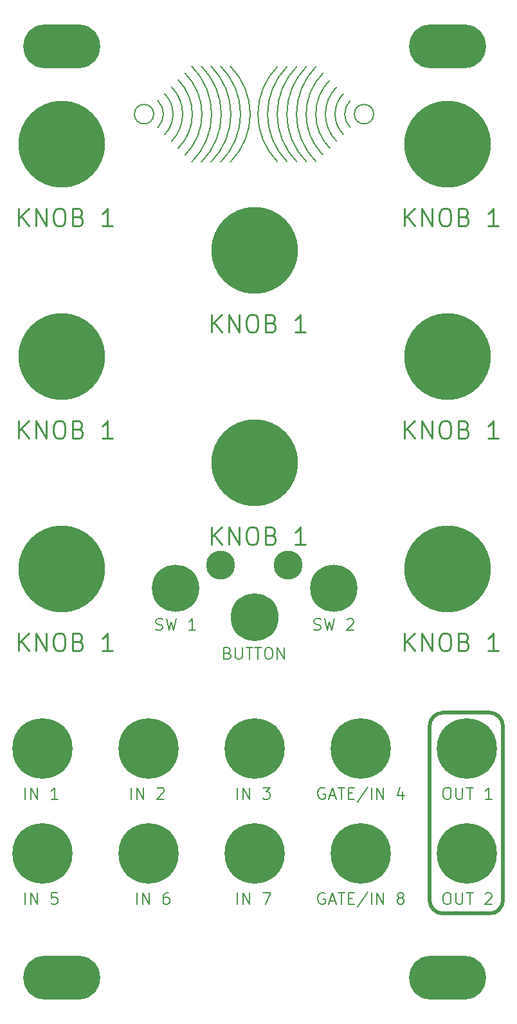
<source format=gbr>
%TF.GenerationSoftware,KiCad,Pcbnew,7.0.1*%
%TF.CreationDate,2024-01-09T19:04:09-05:00*%
%TF.ProjectId,common_faceplate,636f6d6d-6f6e-45f6-9661-6365706c6174,rev?*%
%TF.SameCoordinates,Original*%
%TF.FileFunction,Soldermask,Top*%
%TF.FilePolarity,Negative*%
%FSLAX46Y46*%
G04 Gerber Fmt 4.6, Leading zero omitted, Abs format (unit mm)*
G04 Created by KiCad (PCBNEW 7.0.1) date 2024-01-09 19:04:09*
%MOMM*%
%LPD*%
G01*
G04 APERTURE LIST*
%ADD10C,0.508000*%
%ADD11C,0.150000*%
%ADD12C,0.254000*%
%ADD13C,0.190500*%
%ADD14C,7.924800*%
%ADD15C,11.430000*%
%ADD16C,6.299200*%
%ADD17C,6.223000*%
%ADD18C,3.810000*%
%ADD19O,10.160000X5.740400*%
G04 APERTURE END LIST*
D10*
X106447790Y-147075026D02*
G75*
G03*
X108213026Y-145309789I0J1765236D01*
G01*
X98551999Y-145300764D02*
G75*
G03*
X100317236Y-147066000I1765237J1D01*
G01*
X108203998Y-122415236D02*
G75*
G03*
X106426000Y-120637236I-1777998J2D01*
G01*
X100330000Y-120637238D02*
G75*
G03*
X98552000Y-122415236I-2J-1777998D01*
G01*
X98539235Y-145300764D02*
X98539235Y-122428000D01*
X106447790Y-147075026D02*
X100351790Y-147075026D01*
X108213026Y-122428000D02*
X108213026Y-145309789D01*
X100330000Y-120637236D02*
X106426000Y-120637236D01*
D11*
X78549822Y-35623822D02*
G75*
G03*
X78549822Y-48196178I6286177J-6286178D01*
G01*
X87221924Y-39215924D02*
G75*
G03*
X87221924Y-44604076I2694077J-2694076D01*
G01*
X88119950Y-40113950D02*
G75*
G03*
X88119950Y-43706050I1796049J-1796050D01*
G01*
X82359822Y-35623822D02*
G75*
G03*
X82359822Y-48196178I6286177J-6286178D01*
G01*
X79819822Y-35623822D02*
G75*
G03*
X79819822Y-48196178I6286177J-6286178D01*
G01*
X85425873Y-37419873D02*
G75*
G03*
X85425873Y-46400127I4490127J-4490127D01*
G01*
X84527847Y-36521847D02*
G75*
G03*
X84527847Y-47298153I5388155J-5388153D01*
G01*
X83629822Y-35623822D02*
G75*
G03*
X83629822Y-48196178I6286177J-6286178D01*
G01*
X81089822Y-35623822D02*
G75*
G03*
X81089822Y-48196178I6286177J-6286178D01*
G01*
X86323898Y-38317898D02*
G75*
G03*
X86323898Y-45502102I3592103J-3592102D01*
G01*
X91186000Y-41910000D02*
G75*
G03*
X91186000Y-41910000I-1270000J0D01*
G01*
X72326178Y-48196178D02*
G75*
G03*
X72326178Y-35623822I-6286177J6286178D01*
G01*
X71056178Y-48196178D02*
G75*
G03*
X71056178Y-35623822I-6286177J6286178D01*
G01*
X69786178Y-48196178D02*
G75*
G03*
X69786178Y-35623822I-6286177J6286178D01*
G01*
X68516178Y-48196178D02*
G75*
G03*
X68516178Y-35623822I-6286177J6286178D01*
G01*
X67246179Y-48196179D02*
G75*
G03*
X67246179Y-35623821I-6286179J6286179D01*
G01*
X66348154Y-47298154D02*
G75*
G03*
X66348154Y-36521846I-5388154J5388154D01*
G01*
X65450127Y-46400127D02*
G75*
G03*
X65450127Y-37419873I-4490127J4490127D01*
G01*
X64552102Y-45502102D02*
G75*
G03*
X64552102Y-38317898I-3592102J3592102D01*
G01*
X63654077Y-44604077D02*
G75*
G03*
X63654077Y-39215923I-2694077J2694077D01*
G01*
X62756051Y-43706051D02*
G75*
G03*
X62756051Y-40113949I-1796051J1796051D01*
G01*
X62230000Y-41910000D02*
G75*
G03*
X62230000Y-41910000I-1270000J0D01*
G01*
D12*
X69886285Y-98526237D02*
X69886285Y-96240237D01*
X71192571Y-98526237D02*
X70212857Y-97219951D01*
X71192571Y-96240237D02*
X69886285Y-97546522D01*
X72172285Y-98526237D02*
X72172285Y-96240237D01*
X72172285Y-96240237D02*
X73478571Y-98526237D01*
X73478571Y-98526237D02*
X73478571Y-96240237D01*
X75002571Y-96240237D02*
X75437999Y-96240237D01*
X75437999Y-96240237D02*
X75655714Y-96349094D01*
X75655714Y-96349094D02*
X75873428Y-96566808D01*
X75873428Y-96566808D02*
X75982285Y-97002237D01*
X75982285Y-97002237D02*
X75982285Y-97764237D01*
X75982285Y-97764237D02*
X75873428Y-98199665D01*
X75873428Y-98199665D02*
X75655714Y-98417380D01*
X75655714Y-98417380D02*
X75437999Y-98526237D01*
X75437999Y-98526237D02*
X75002571Y-98526237D01*
X75002571Y-98526237D02*
X74784857Y-98417380D01*
X74784857Y-98417380D02*
X74567142Y-98199665D01*
X74567142Y-98199665D02*
X74458285Y-97764237D01*
X74458285Y-97764237D02*
X74458285Y-97002237D01*
X74458285Y-97002237D02*
X74567142Y-96566808D01*
X74567142Y-96566808D02*
X74784857Y-96349094D01*
X74784857Y-96349094D02*
X75002571Y-96240237D01*
X77723999Y-97328808D02*
X78050571Y-97437665D01*
X78050571Y-97437665D02*
X78159428Y-97546522D01*
X78159428Y-97546522D02*
X78268285Y-97764237D01*
X78268285Y-97764237D02*
X78268285Y-98090808D01*
X78268285Y-98090808D02*
X78159428Y-98308522D01*
X78159428Y-98308522D02*
X78050571Y-98417380D01*
X78050571Y-98417380D02*
X77832856Y-98526237D01*
X77832856Y-98526237D02*
X76961999Y-98526237D01*
X76961999Y-98526237D02*
X76961999Y-96240237D01*
X76961999Y-96240237D02*
X77723999Y-96240237D01*
X77723999Y-96240237D02*
X77941714Y-96349094D01*
X77941714Y-96349094D02*
X78050571Y-96457951D01*
X78050571Y-96457951D02*
X78159428Y-96675665D01*
X78159428Y-96675665D02*
X78159428Y-96893380D01*
X78159428Y-96893380D02*
X78050571Y-97111094D01*
X78050571Y-97111094D02*
X77941714Y-97219951D01*
X77941714Y-97219951D02*
X77723999Y-97328808D01*
X77723999Y-97328808D02*
X76961999Y-97328808D01*
X82187142Y-98526237D02*
X80880856Y-98526237D01*
X81533999Y-98526237D02*
X81533999Y-96240237D01*
X81533999Y-96240237D02*
X81316285Y-96566808D01*
X81316285Y-96566808D02*
X81098570Y-96784522D01*
X81098570Y-96784522D02*
X80880856Y-96893380D01*
X95286285Y-112496237D02*
X95286285Y-110210237D01*
X96592571Y-112496237D02*
X95612857Y-111189951D01*
X96592571Y-110210237D02*
X95286285Y-111516522D01*
X97572285Y-112496237D02*
X97572285Y-110210237D01*
X97572285Y-110210237D02*
X98878571Y-112496237D01*
X98878571Y-112496237D02*
X98878571Y-110210237D01*
X100402571Y-110210237D02*
X100837999Y-110210237D01*
X100837999Y-110210237D02*
X101055714Y-110319094D01*
X101055714Y-110319094D02*
X101273428Y-110536808D01*
X101273428Y-110536808D02*
X101382285Y-110972237D01*
X101382285Y-110972237D02*
X101382285Y-111734237D01*
X101382285Y-111734237D02*
X101273428Y-112169665D01*
X101273428Y-112169665D02*
X101055714Y-112387380D01*
X101055714Y-112387380D02*
X100837999Y-112496237D01*
X100837999Y-112496237D02*
X100402571Y-112496237D01*
X100402571Y-112496237D02*
X100184857Y-112387380D01*
X100184857Y-112387380D02*
X99967142Y-112169665D01*
X99967142Y-112169665D02*
X99858285Y-111734237D01*
X99858285Y-111734237D02*
X99858285Y-110972237D01*
X99858285Y-110972237D02*
X99967142Y-110536808D01*
X99967142Y-110536808D02*
X100184857Y-110319094D01*
X100184857Y-110319094D02*
X100402571Y-110210237D01*
X103123999Y-111298808D02*
X103450571Y-111407665D01*
X103450571Y-111407665D02*
X103559428Y-111516522D01*
X103559428Y-111516522D02*
X103668285Y-111734237D01*
X103668285Y-111734237D02*
X103668285Y-112060808D01*
X103668285Y-112060808D02*
X103559428Y-112278522D01*
X103559428Y-112278522D02*
X103450571Y-112387380D01*
X103450571Y-112387380D02*
X103232856Y-112496237D01*
X103232856Y-112496237D02*
X102361999Y-112496237D01*
X102361999Y-112496237D02*
X102361999Y-110210237D01*
X102361999Y-110210237D02*
X103123999Y-110210237D01*
X103123999Y-110210237D02*
X103341714Y-110319094D01*
X103341714Y-110319094D02*
X103450571Y-110427951D01*
X103450571Y-110427951D02*
X103559428Y-110645665D01*
X103559428Y-110645665D02*
X103559428Y-110863380D01*
X103559428Y-110863380D02*
X103450571Y-111081094D01*
X103450571Y-111081094D02*
X103341714Y-111189951D01*
X103341714Y-111189951D02*
X103123999Y-111298808D01*
X103123999Y-111298808D02*
X102361999Y-111298808D01*
X107587142Y-112496237D02*
X106280856Y-112496237D01*
X106933999Y-112496237D02*
X106933999Y-110210237D01*
X106933999Y-110210237D02*
X106716285Y-110536808D01*
X106716285Y-110536808D02*
X106498570Y-110754522D01*
X106498570Y-110754522D02*
X106280856Y-110863380D01*
D13*
X73260857Y-132020491D02*
X73260857Y-130496491D01*
X73986571Y-132020491D02*
X73986571Y-130496491D01*
X73986571Y-130496491D02*
X74857428Y-132020491D01*
X74857428Y-132020491D02*
X74857428Y-130496491D01*
X76599142Y-130496491D02*
X77542570Y-130496491D01*
X77542570Y-130496491D02*
X77034570Y-131077062D01*
X77034570Y-131077062D02*
X77252285Y-131077062D01*
X77252285Y-131077062D02*
X77397428Y-131149634D01*
X77397428Y-131149634D02*
X77469999Y-131222205D01*
X77469999Y-131222205D02*
X77542570Y-131367348D01*
X77542570Y-131367348D02*
X77542570Y-131730205D01*
X77542570Y-131730205D02*
X77469999Y-131875348D01*
X77469999Y-131875348D02*
X77397428Y-131947920D01*
X77397428Y-131947920D02*
X77252285Y-132020491D01*
X77252285Y-132020491D02*
X76816856Y-132020491D01*
X76816856Y-132020491D02*
X76671713Y-131947920D01*
X76671713Y-131947920D02*
X76599142Y-131875348D01*
D12*
X95286285Y-84556237D02*
X95286285Y-82270237D01*
X96592571Y-84556237D02*
X95612857Y-83249951D01*
X96592571Y-82270237D02*
X95286285Y-83576522D01*
X97572285Y-84556237D02*
X97572285Y-82270237D01*
X97572285Y-82270237D02*
X98878571Y-84556237D01*
X98878571Y-84556237D02*
X98878571Y-82270237D01*
X100402571Y-82270237D02*
X100837999Y-82270237D01*
X100837999Y-82270237D02*
X101055714Y-82379094D01*
X101055714Y-82379094D02*
X101273428Y-82596808D01*
X101273428Y-82596808D02*
X101382285Y-83032237D01*
X101382285Y-83032237D02*
X101382285Y-83794237D01*
X101382285Y-83794237D02*
X101273428Y-84229665D01*
X101273428Y-84229665D02*
X101055714Y-84447380D01*
X101055714Y-84447380D02*
X100837999Y-84556237D01*
X100837999Y-84556237D02*
X100402571Y-84556237D01*
X100402571Y-84556237D02*
X100184857Y-84447380D01*
X100184857Y-84447380D02*
X99967142Y-84229665D01*
X99967142Y-84229665D02*
X99858285Y-83794237D01*
X99858285Y-83794237D02*
X99858285Y-83032237D01*
X99858285Y-83032237D02*
X99967142Y-82596808D01*
X99967142Y-82596808D02*
X100184857Y-82379094D01*
X100184857Y-82379094D02*
X100402571Y-82270237D01*
X103123999Y-83358808D02*
X103450571Y-83467665D01*
X103450571Y-83467665D02*
X103559428Y-83576522D01*
X103559428Y-83576522D02*
X103668285Y-83794237D01*
X103668285Y-83794237D02*
X103668285Y-84120808D01*
X103668285Y-84120808D02*
X103559428Y-84338522D01*
X103559428Y-84338522D02*
X103450571Y-84447380D01*
X103450571Y-84447380D02*
X103232856Y-84556237D01*
X103232856Y-84556237D02*
X102361999Y-84556237D01*
X102361999Y-84556237D02*
X102361999Y-82270237D01*
X102361999Y-82270237D02*
X103123999Y-82270237D01*
X103123999Y-82270237D02*
X103341714Y-82379094D01*
X103341714Y-82379094D02*
X103450571Y-82487951D01*
X103450571Y-82487951D02*
X103559428Y-82705665D01*
X103559428Y-82705665D02*
X103559428Y-82923380D01*
X103559428Y-82923380D02*
X103450571Y-83141094D01*
X103450571Y-83141094D02*
X103341714Y-83249951D01*
X103341714Y-83249951D02*
X103123999Y-83358808D01*
X103123999Y-83358808D02*
X102361999Y-83358808D01*
X107587142Y-84556237D02*
X106280856Y-84556237D01*
X106933999Y-84556237D02*
X106933999Y-82270237D01*
X106933999Y-82270237D02*
X106716285Y-82596808D01*
X106716285Y-82596808D02*
X106498570Y-82814522D01*
X106498570Y-82814522D02*
X106280856Y-82923380D01*
X44486285Y-112496237D02*
X44486285Y-110210237D01*
X45792571Y-112496237D02*
X44812857Y-111189951D01*
X45792571Y-110210237D02*
X44486285Y-111516522D01*
X46772285Y-112496237D02*
X46772285Y-110210237D01*
X46772285Y-110210237D02*
X48078571Y-112496237D01*
X48078571Y-112496237D02*
X48078571Y-110210237D01*
X49602571Y-110210237D02*
X50037999Y-110210237D01*
X50037999Y-110210237D02*
X50255714Y-110319094D01*
X50255714Y-110319094D02*
X50473428Y-110536808D01*
X50473428Y-110536808D02*
X50582285Y-110972237D01*
X50582285Y-110972237D02*
X50582285Y-111734237D01*
X50582285Y-111734237D02*
X50473428Y-112169665D01*
X50473428Y-112169665D02*
X50255714Y-112387380D01*
X50255714Y-112387380D02*
X50037999Y-112496237D01*
X50037999Y-112496237D02*
X49602571Y-112496237D01*
X49602571Y-112496237D02*
X49384857Y-112387380D01*
X49384857Y-112387380D02*
X49167142Y-112169665D01*
X49167142Y-112169665D02*
X49058285Y-111734237D01*
X49058285Y-111734237D02*
X49058285Y-110972237D01*
X49058285Y-110972237D02*
X49167142Y-110536808D01*
X49167142Y-110536808D02*
X49384857Y-110319094D01*
X49384857Y-110319094D02*
X49602571Y-110210237D01*
X52323999Y-111298808D02*
X52650571Y-111407665D01*
X52650571Y-111407665D02*
X52759428Y-111516522D01*
X52759428Y-111516522D02*
X52868285Y-111734237D01*
X52868285Y-111734237D02*
X52868285Y-112060808D01*
X52868285Y-112060808D02*
X52759428Y-112278522D01*
X52759428Y-112278522D02*
X52650571Y-112387380D01*
X52650571Y-112387380D02*
X52432856Y-112496237D01*
X52432856Y-112496237D02*
X51561999Y-112496237D01*
X51561999Y-112496237D02*
X51561999Y-110210237D01*
X51561999Y-110210237D02*
X52323999Y-110210237D01*
X52323999Y-110210237D02*
X52541714Y-110319094D01*
X52541714Y-110319094D02*
X52650571Y-110427951D01*
X52650571Y-110427951D02*
X52759428Y-110645665D01*
X52759428Y-110645665D02*
X52759428Y-110863380D01*
X52759428Y-110863380D02*
X52650571Y-111081094D01*
X52650571Y-111081094D02*
X52541714Y-111189951D01*
X52541714Y-111189951D02*
X52323999Y-111298808D01*
X52323999Y-111298808D02*
X51561999Y-111298808D01*
X56787142Y-112496237D02*
X55480856Y-112496237D01*
X56133999Y-112496237D02*
X56133999Y-110210237D01*
X56133999Y-110210237D02*
X55916285Y-110536808D01*
X55916285Y-110536808D02*
X55698570Y-110754522D01*
X55698570Y-110754522D02*
X55480856Y-110863380D01*
D13*
X100729142Y-144339491D02*
X101019428Y-144339491D01*
X101019428Y-144339491D02*
X101164571Y-144412062D01*
X101164571Y-144412062D02*
X101309714Y-144557205D01*
X101309714Y-144557205D02*
X101382285Y-144847491D01*
X101382285Y-144847491D02*
X101382285Y-145355491D01*
X101382285Y-145355491D02*
X101309714Y-145645777D01*
X101309714Y-145645777D02*
X101164571Y-145790920D01*
X101164571Y-145790920D02*
X101019428Y-145863491D01*
X101019428Y-145863491D02*
X100729142Y-145863491D01*
X100729142Y-145863491D02*
X100584000Y-145790920D01*
X100584000Y-145790920D02*
X100438857Y-145645777D01*
X100438857Y-145645777D02*
X100366285Y-145355491D01*
X100366285Y-145355491D02*
X100366285Y-144847491D01*
X100366285Y-144847491D02*
X100438857Y-144557205D01*
X100438857Y-144557205D02*
X100584000Y-144412062D01*
X100584000Y-144412062D02*
X100729142Y-144339491D01*
X102035428Y-144339491D02*
X102035428Y-145573205D01*
X102035428Y-145573205D02*
X102107999Y-145718348D01*
X102107999Y-145718348D02*
X102180571Y-145790920D01*
X102180571Y-145790920D02*
X102325713Y-145863491D01*
X102325713Y-145863491D02*
X102615999Y-145863491D01*
X102615999Y-145863491D02*
X102761142Y-145790920D01*
X102761142Y-145790920D02*
X102833713Y-145718348D01*
X102833713Y-145718348D02*
X102906285Y-145573205D01*
X102906285Y-145573205D02*
X102906285Y-144339491D01*
X103414284Y-144339491D02*
X104285142Y-144339491D01*
X103849713Y-145863491D02*
X103849713Y-144339491D01*
X105881713Y-144484634D02*
X105954285Y-144412062D01*
X105954285Y-144412062D02*
X106099428Y-144339491D01*
X106099428Y-144339491D02*
X106462285Y-144339491D01*
X106462285Y-144339491D02*
X106607428Y-144412062D01*
X106607428Y-144412062D02*
X106679999Y-144484634D01*
X106679999Y-144484634D02*
X106752570Y-144629777D01*
X106752570Y-144629777D02*
X106752570Y-144774920D01*
X106752570Y-144774920D02*
X106679999Y-144992634D01*
X106679999Y-144992634D02*
X105809142Y-145863491D01*
X105809142Y-145863491D02*
X106752570Y-145863491D01*
D12*
X95286285Y-56616237D02*
X95286285Y-54330237D01*
X96592571Y-56616237D02*
X95612857Y-55309951D01*
X96592571Y-54330237D02*
X95286285Y-55636522D01*
X97572285Y-56616237D02*
X97572285Y-54330237D01*
X97572285Y-54330237D02*
X98878571Y-56616237D01*
X98878571Y-56616237D02*
X98878571Y-54330237D01*
X100402571Y-54330237D02*
X100837999Y-54330237D01*
X100837999Y-54330237D02*
X101055714Y-54439094D01*
X101055714Y-54439094D02*
X101273428Y-54656808D01*
X101273428Y-54656808D02*
X101382285Y-55092237D01*
X101382285Y-55092237D02*
X101382285Y-55854237D01*
X101382285Y-55854237D02*
X101273428Y-56289665D01*
X101273428Y-56289665D02*
X101055714Y-56507380D01*
X101055714Y-56507380D02*
X100837999Y-56616237D01*
X100837999Y-56616237D02*
X100402571Y-56616237D01*
X100402571Y-56616237D02*
X100184857Y-56507380D01*
X100184857Y-56507380D02*
X99967142Y-56289665D01*
X99967142Y-56289665D02*
X99858285Y-55854237D01*
X99858285Y-55854237D02*
X99858285Y-55092237D01*
X99858285Y-55092237D02*
X99967142Y-54656808D01*
X99967142Y-54656808D02*
X100184857Y-54439094D01*
X100184857Y-54439094D02*
X100402571Y-54330237D01*
X103123999Y-55418808D02*
X103450571Y-55527665D01*
X103450571Y-55527665D02*
X103559428Y-55636522D01*
X103559428Y-55636522D02*
X103668285Y-55854237D01*
X103668285Y-55854237D02*
X103668285Y-56180808D01*
X103668285Y-56180808D02*
X103559428Y-56398522D01*
X103559428Y-56398522D02*
X103450571Y-56507380D01*
X103450571Y-56507380D02*
X103232856Y-56616237D01*
X103232856Y-56616237D02*
X102361999Y-56616237D01*
X102361999Y-56616237D02*
X102361999Y-54330237D01*
X102361999Y-54330237D02*
X103123999Y-54330237D01*
X103123999Y-54330237D02*
X103341714Y-54439094D01*
X103341714Y-54439094D02*
X103450571Y-54547951D01*
X103450571Y-54547951D02*
X103559428Y-54765665D01*
X103559428Y-54765665D02*
X103559428Y-54983380D01*
X103559428Y-54983380D02*
X103450571Y-55201094D01*
X103450571Y-55201094D02*
X103341714Y-55309951D01*
X103341714Y-55309951D02*
X103123999Y-55418808D01*
X103123999Y-55418808D02*
X102361999Y-55418808D01*
X107587142Y-56616237D02*
X106280856Y-56616237D01*
X106933999Y-56616237D02*
X106933999Y-54330237D01*
X106933999Y-54330237D02*
X106716285Y-54656808D01*
X106716285Y-54656808D02*
X106498570Y-54874522D01*
X106498570Y-54874522D02*
X106280856Y-54983380D01*
D13*
X62520285Y-109722920D02*
X62738000Y-109795491D01*
X62738000Y-109795491D02*
X63100857Y-109795491D01*
X63100857Y-109795491D02*
X63246000Y-109722920D01*
X63246000Y-109722920D02*
X63318571Y-109650348D01*
X63318571Y-109650348D02*
X63391142Y-109505205D01*
X63391142Y-109505205D02*
X63391142Y-109360062D01*
X63391142Y-109360062D02*
X63318571Y-109214920D01*
X63318571Y-109214920D02*
X63246000Y-109142348D01*
X63246000Y-109142348D02*
X63100857Y-109069777D01*
X63100857Y-109069777D02*
X62810571Y-108997205D01*
X62810571Y-108997205D02*
X62665428Y-108924634D01*
X62665428Y-108924634D02*
X62592857Y-108852062D01*
X62592857Y-108852062D02*
X62520285Y-108706920D01*
X62520285Y-108706920D02*
X62520285Y-108561777D01*
X62520285Y-108561777D02*
X62592857Y-108416634D01*
X62592857Y-108416634D02*
X62665428Y-108344062D01*
X62665428Y-108344062D02*
X62810571Y-108271491D01*
X62810571Y-108271491D02*
X63173428Y-108271491D01*
X63173428Y-108271491D02*
X63391142Y-108344062D01*
X63899143Y-108271491D02*
X64262000Y-109795491D01*
X64262000Y-109795491D02*
X64552286Y-108706920D01*
X64552286Y-108706920D02*
X64842571Y-109795491D01*
X64842571Y-109795491D02*
X65205429Y-108271491D01*
X67745428Y-109795491D02*
X66874571Y-109795491D01*
X67310000Y-109795491D02*
X67310000Y-108271491D01*
X67310000Y-108271491D02*
X67164857Y-108489205D01*
X67164857Y-108489205D02*
X67019714Y-108634348D01*
X67019714Y-108634348D02*
X66874571Y-108706920D01*
X71990857Y-112807205D02*
X72208571Y-112879777D01*
X72208571Y-112879777D02*
X72281142Y-112952348D01*
X72281142Y-112952348D02*
X72353714Y-113097491D01*
X72353714Y-113097491D02*
X72353714Y-113315205D01*
X72353714Y-113315205D02*
X72281142Y-113460348D01*
X72281142Y-113460348D02*
X72208571Y-113532920D01*
X72208571Y-113532920D02*
X72063428Y-113605491D01*
X72063428Y-113605491D02*
X71482857Y-113605491D01*
X71482857Y-113605491D02*
X71482857Y-112081491D01*
X71482857Y-112081491D02*
X71990857Y-112081491D01*
X71990857Y-112081491D02*
X72136000Y-112154062D01*
X72136000Y-112154062D02*
X72208571Y-112226634D01*
X72208571Y-112226634D02*
X72281142Y-112371777D01*
X72281142Y-112371777D02*
X72281142Y-112516920D01*
X72281142Y-112516920D02*
X72208571Y-112662062D01*
X72208571Y-112662062D02*
X72136000Y-112734634D01*
X72136000Y-112734634D02*
X71990857Y-112807205D01*
X71990857Y-112807205D02*
X71482857Y-112807205D01*
X73006857Y-112081491D02*
X73006857Y-113315205D01*
X73006857Y-113315205D02*
X73079428Y-113460348D01*
X73079428Y-113460348D02*
X73152000Y-113532920D01*
X73152000Y-113532920D02*
X73297142Y-113605491D01*
X73297142Y-113605491D02*
X73587428Y-113605491D01*
X73587428Y-113605491D02*
X73732571Y-113532920D01*
X73732571Y-113532920D02*
X73805142Y-113460348D01*
X73805142Y-113460348D02*
X73877714Y-113315205D01*
X73877714Y-113315205D02*
X73877714Y-112081491D01*
X74385713Y-112081491D02*
X75256571Y-112081491D01*
X74821142Y-113605491D02*
X74821142Y-112081491D01*
X75546856Y-112081491D02*
X76417714Y-112081491D01*
X75982285Y-113605491D02*
X75982285Y-112081491D01*
X77215999Y-112081491D02*
X77506285Y-112081491D01*
X77506285Y-112081491D02*
X77651428Y-112154062D01*
X77651428Y-112154062D02*
X77796571Y-112299205D01*
X77796571Y-112299205D02*
X77869142Y-112589491D01*
X77869142Y-112589491D02*
X77869142Y-113097491D01*
X77869142Y-113097491D02*
X77796571Y-113387777D01*
X77796571Y-113387777D02*
X77651428Y-113532920D01*
X77651428Y-113532920D02*
X77506285Y-113605491D01*
X77506285Y-113605491D02*
X77215999Y-113605491D01*
X77215999Y-113605491D02*
X77070857Y-113532920D01*
X77070857Y-113532920D02*
X76925714Y-113387777D01*
X76925714Y-113387777D02*
X76853142Y-113097491D01*
X76853142Y-113097491D02*
X76853142Y-112589491D01*
X76853142Y-112589491D02*
X76925714Y-112299205D01*
X76925714Y-112299205D02*
X77070857Y-112154062D01*
X77070857Y-112154062D02*
X77215999Y-112081491D01*
X78522285Y-113605491D02*
X78522285Y-112081491D01*
X78522285Y-112081491D02*
X79393142Y-113605491D01*
X79393142Y-113605491D02*
X79393142Y-112081491D01*
X59290857Y-132020491D02*
X59290857Y-130496491D01*
X60016571Y-132020491D02*
X60016571Y-130496491D01*
X60016571Y-130496491D02*
X60887428Y-132020491D01*
X60887428Y-132020491D02*
X60887428Y-130496491D01*
X62701713Y-130641634D02*
X62774285Y-130569062D01*
X62774285Y-130569062D02*
X62919428Y-130496491D01*
X62919428Y-130496491D02*
X63282285Y-130496491D01*
X63282285Y-130496491D02*
X63427428Y-130569062D01*
X63427428Y-130569062D02*
X63499999Y-130641634D01*
X63499999Y-130641634D02*
X63572570Y-130786777D01*
X63572570Y-130786777D02*
X63572570Y-130931920D01*
X63572570Y-130931920D02*
X63499999Y-131149634D01*
X63499999Y-131149634D02*
X62629142Y-132020491D01*
X62629142Y-132020491D02*
X63572570Y-132020491D01*
D12*
X69886285Y-70586237D02*
X69886285Y-68300237D01*
X71192571Y-70586237D02*
X70212857Y-69279951D01*
X71192571Y-68300237D02*
X69886285Y-69606522D01*
X72172285Y-70586237D02*
X72172285Y-68300237D01*
X72172285Y-68300237D02*
X73478571Y-70586237D01*
X73478571Y-70586237D02*
X73478571Y-68300237D01*
X75002571Y-68300237D02*
X75437999Y-68300237D01*
X75437999Y-68300237D02*
X75655714Y-68409094D01*
X75655714Y-68409094D02*
X75873428Y-68626808D01*
X75873428Y-68626808D02*
X75982285Y-69062237D01*
X75982285Y-69062237D02*
X75982285Y-69824237D01*
X75982285Y-69824237D02*
X75873428Y-70259665D01*
X75873428Y-70259665D02*
X75655714Y-70477380D01*
X75655714Y-70477380D02*
X75437999Y-70586237D01*
X75437999Y-70586237D02*
X75002571Y-70586237D01*
X75002571Y-70586237D02*
X74784857Y-70477380D01*
X74784857Y-70477380D02*
X74567142Y-70259665D01*
X74567142Y-70259665D02*
X74458285Y-69824237D01*
X74458285Y-69824237D02*
X74458285Y-69062237D01*
X74458285Y-69062237D02*
X74567142Y-68626808D01*
X74567142Y-68626808D02*
X74784857Y-68409094D01*
X74784857Y-68409094D02*
X75002571Y-68300237D01*
X77723999Y-69388808D02*
X78050571Y-69497665D01*
X78050571Y-69497665D02*
X78159428Y-69606522D01*
X78159428Y-69606522D02*
X78268285Y-69824237D01*
X78268285Y-69824237D02*
X78268285Y-70150808D01*
X78268285Y-70150808D02*
X78159428Y-70368522D01*
X78159428Y-70368522D02*
X78050571Y-70477380D01*
X78050571Y-70477380D02*
X77832856Y-70586237D01*
X77832856Y-70586237D02*
X76961999Y-70586237D01*
X76961999Y-70586237D02*
X76961999Y-68300237D01*
X76961999Y-68300237D02*
X77723999Y-68300237D01*
X77723999Y-68300237D02*
X77941714Y-68409094D01*
X77941714Y-68409094D02*
X78050571Y-68517951D01*
X78050571Y-68517951D02*
X78159428Y-68735665D01*
X78159428Y-68735665D02*
X78159428Y-68953380D01*
X78159428Y-68953380D02*
X78050571Y-69171094D01*
X78050571Y-69171094D02*
X77941714Y-69279951D01*
X77941714Y-69279951D02*
X77723999Y-69388808D01*
X77723999Y-69388808D02*
X76961999Y-69388808D01*
X82187142Y-70586237D02*
X80880856Y-70586237D01*
X81533999Y-70586237D02*
X81533999Y-68300237D01*
X81533999Y-68300237D02*
X81316285Y-68626808D01*
X81316285Y-68626808D02*
X81098570Y-68844522D01*
X81098570Y-68844522D02*
X80880856Y-68953380D01*
D13*
X100729142Y-130496491D02*
X101019428Y-130496491D01*
X101019428Y-130496491D02*
X101164571Y-130569062D01*
X101164571Y-130569062D02*
X101309714Y-130714205D01*
X101309714Y-130714205D02*
X101382285Y-131004491D01*
X101382285Y-131004491D02*
X101382285Y-131512491D01*
X101382285Y-131512491D02*
X101309714Y-131802777D01*
X101309714Y-131802777D02*
X101164571Y-131947920D01*
X101164571Y-131947920D02*
X101019428Y-132020491D01*
X101019428Y-132020491D02*
X100729142Y-132020491D01*
X100729142Y-132020491D02*
X100584000Y-131947920D01*
X100584000Y-131947920D02*
X100438857Y-131802777D01*
X100438857Y-131802777D02*
X100366285Y-131512491D01*
X100366285Y-131512491D02*
X100366285Y-131004491D01*
X100366285Y-131004491D02*
X100438857Y-130714205D01*
X100438857Y-130714205D02*
X100584000Y-130569062D01*
X100584000Y-130569062D02*
X100729142Y-130496491D01*
X102035428Y-130496491D02*
X102035428Y-131730205D01*
X102035428Y-131730205D02*
X102107999Y-131875348D01*
X102107999Y-131875348D02*
X102180571Y-131947920D01*
X102180571Y-131947920D02*
X102325713Y-132020491D01*
X102325713Y-132020491D02*
X102615999Y-132020491D01*
X102615999Y-132020491D02*
X102761142Y-131947920D01*
X102761142Y-131947920D02*
X102833713Y-131875348D01*
X102833713Y-131875348D02*
X102906285Y-131730205D01*
X102906285Y-131730205D02*
X102906285Y-130496491D01*
X103414284Y-130496491D02*
X104285142Y-130496491D01*
X103849713Y-132020491D02*
X103849713Y-130496491D01*
X106752570Y-132020491D02*
X105881713Y-132020491D01*
X106317142Y-132020491D02*
X106317142Y-130496491D01*
X106317142Y-130496491D02*
X106171999Y-130714205D01*
X106171999Y-130714205D02*
X106026856Y-130859348D01*
X106026856Y-130859348D02*
X105881713Y-130931920D01*
X45320857Y-132020491D02*
X45320857Y-130496491D01*
X46046571Y-132020491D02*
X46046571Y-130496491D01*
X46046571Y-130496491D02*
X46917428Y-132020491D01*
X46917428Y-132020491D02*
X46917428Y-130496491D01*
X49602570Y-132020491D02*
X48731713Y-132020491D01*
X49167142Y-132020491D02*
X49167142Y-130496491D01*
X49167142Y-130496491D02*
X49021999Y-130714205D01*
X49021999Y-130714205D02*
X48876856Y-130859348D01*
X48876856Y-130859348D02*
X48731713Y-130931920D01*
X84727142Y-130569062D02*
X84582000Y-130496491D01*
X84582000Y-130496491D02*
X84364285Y-130496491D01*
X84364285Y-130496491D02*
X84146571Y-130569062D01*
X84146571Y-130569062D02*
X84001428Y-130714205D01*
X84001428Y-130714205D02*
X83928857Y-130859348D01*
X83928857Y-130859348D02*
X83856285Y-131149634D01*
X83856285Y-131149634D02*
X83856285Y-131367348D01*
X83856285Y-131367348D02*
X83928857Y-131657634D01*
X83928857Y-131657634D02*
X84001428Y-131802777D01*
X84001428Y-131802777D02*
X84146571Y-131947920D01*
X84146571Y-131947920D02*
X84364285Y-132020491D01*
X84364285Y-132020491D02*
X84509428Y-132020491D01*
X84509428Y-132020491D02*
X84727142Y-131947920D01*
X84727142Y-131947920D02*
X84799714Y-131875348D01*
X84799714Y-131875348D02*
X84799714Y-131367348D01*
X84799714Y-131367348D02*
X84509428Y-131367348D01*
X85380285Y-131585062D02*
X86106000Y-131585062D01*
X85235142Y-132020491D02*
X85743142Y-130496491D01*
X85743142Y-130496491D02*
X86251142Y-132020491D01*
X86541428Y-130496491D02*
X87412286Y-130496491D01*
X86976857Y-132020491D02*
X86976857Y-130496491D01*
X87920286Y-131222205D02*
X88428286Y-131222205D01*
X88646000Y-132020491D02*
X87920286Y-132020491D01*
X87920286Y-132020491D02*
X87920286Y-130496491D01*
X87920286Y-130496491D02*
X88646000Y-130496491D01*
X90387714Y-130423920D02*
X89081428Y-132383348D01*
X90895714Y-132020491D02*
X90895714Y-130496491D01*
X91621428Y-132020491D02*
X91621428Y-130496491D01*
X91621428Y-130496491D02*
X92492285Y-132020491D01*
X92492285Y-132020491D02*
X92492285Y-130496491D01*
X95032285Y-131004491D02*
X95032285Y-132020491D01*
X94669427Y-130423920D02*
X94306570Y-131512491D01*
X94306570Y-131512491D02*
X95249999Y-131512491D01*
D12*
X44486285Y-56616237D02*
X44486285Y-54330237D01*
X45792571Y-56616237D02*
X44812857Y-55309951D01*
X45792571Y-54330237D02*
X44486285Y-55636522D01*
X46772285Y-56616237D02*
X46772285Y-54330237D01*
X46772285Y-54330237D02*
X48078571Y-56616237D01*
X48078571Y-56616237D02*
X48078571Y-54330237D01*
X49602571Y-54330237D02*
X50037999Y-54330237D01*
X50037999Y-54330237D02*
X50255714Y-54439094D01*
X50255714Y-54439094D02*
X50473428Y-54656808D01*
X50473428Y-54656808D02*
X50582285Y-55092237D01*
X50582285Y-55092237D02*
X50582285Y-55854237D01*
X50582285Y-55854237D02*
X50473428Y-56289665D01*
X50473428Y-56289665D02*
X50255714Y-56507380D01*
X50255714Y-56507380D02*
X50037999Y-56616237D01*
X50037999Y-56616237D02*
X49602571Y-56616237D01*
X49602571Y-56616237D02*
X49384857Y-56507380D01*
X49384857Y-56507380D02*
X49167142Y-56289665D01*
X49167142Y-56289665D02*
X49058285Y-55854237D01*
X49058285Y-55854237D02*
X49058285Y-55092237D01*
X49058285Y-55092237D02*
X49167142Y-54656808D01*
X49167142Y-54656808D02*
X49384857Y-54439094D01*
X49384857Y-54439094D02*
X49602571Y-54330237D01*
X52323999Y-55418808D02*
X52650571Y-55527665D01*
X52650571Y-55527665D02*
X52759428Y-55636522D01*
X52759428Y-55636522D02*
X52868285Y-55854237D01*
X52868285Y-55854237D02*
X52868285Y-56180808D01*
X52868285Y-56180808D02*
X52759428Y-56398522D01*
X52759428Y-56398522D02*
X52650571Y-56507380D01*
X52650571Y-56507380D02*
X52432856Y-56616237D01*
X52432856Y-56616237D02*
X51561999Y-56616237D01*
X51561999Y-56616237D02*
X51561999Y-54330237D01*
X51561999Y-54330237D02*
X52323999Y-54330237D01*
X52323999Y-54330237D02*
X52541714Y-54439094D01*
X52541714Y-54439094D02*
X52650571Y-54547951D01*
X52650571Y-54547951D02*
X52759428Y-54765665D01*
X52759428Y-54765665D02*
X52759428Y-54983380D01*
X52759428Y-54983380D02*
X52650571Y-55201094D01*
X52650571Y-55201094D02*
X52541714Y-55309951D01*
X52541714Y-55309951D02*
X52323999Y-55418808D01*
X52323999Y-55418808D02*
X51561999Y-55418808D01*
X56787142Y-56616237D02*
X55480856Y-56616237D01*
X56133999Y-56616237D02*
X56133999Y-54330237D01*
X56133999Y-54330237D02*
X55916285Y-54656808D01*
X55916285Y-54656808D02*
X55698570Y-54874522D01*
X55698570Y-54874522D02*
X55480856Y-54983380D01*
X44486285Y-84556237D02*
X44486285Y-82270237D01*
X45792571Y-84556237D02*
X44812857Y-83249951D01*
X45792571Y-82270237D02*
X44486285Y-83576522D01*
X46772285Y-84556237D02*
X46772285Y-82270237D01*
X46772285Y-82270237D02*
X48078571Y-84556237D01*
X48078571Y-84556237D02*
X48078571Y-82270237D01*
X49602571Y-82270237D02*
X50037999Y-82270237D01*
X50037999Y-82270237D02*
X50255714Y-82379094D01*
X50255714Y-82379094D02*
X50473428Y-82596808D01*
X50473428Y-82596808D02*
X50582285Y-83032237D01*
X50582285Y-83032237D02*
X50582285Y-83794237D01*
X50582285Y-83794237D02*
X50473428Y-84229665D01*
X50473428Y-84229665D02*
X50255714Y-84447380D01*
X50255714Y-84447380D02*
X50037999Y-84556237D01*
X50037999Y-84556237D02*
X49602571Y-84556237D01*
X49602571Y-84556237D02*
X49384857Y-84447380D01*
X49384857Y-84447380D02*
X49167142Y-84229665D01*
X49167142Y-84229665D02*
X49058285Y-83794237D01*
X49058285Y-83794237D02*
X49058285Y-83032237D01*
X49058285Y-83032237D02*
X49167142Y-82596808D01*
X49167142Y-82596808D02*
X49384857Y-82379094D01*
X49384857Y-82379094D02*
X49602571Y-82270237D01*
X52323999Y-83358808D02*
X52650571Y-83467665D01*
X52650571Y-83467665D02*
X52759428Y-83576522D01*
X52759428Y-83576522D02*
X52868285Y-83794237D01*
X52868285Y-83794237D02*
X52868285Y-84120808D01*
X52868285Y-84120808D02*
X52759428Y-84338522D01*
X52759428Y-84338522D02*
X52650571Y-84447380D01*
X52650571Y-84447380D02*
X52432856Y-84556237D01*
X52432856Y-84556237D02*
X51561999Y-84556237D01*
X51561999Y-84556237D02*
X51561999Y-82270237D01*
X51561999Y-82270237D02*
X52323999Y-82270237D01*
X52323999Y-82270237D02*
X52541714Y-82379094D01*
X52541714Y-82379094D02*
X52650571Y-82487951D01*
X52650571Y-82487951D02*
X52759428Y-82705665D01*
X52759428Y-82705665D02*
X52759428Y-82923380D01*
X52759428Y-82923380D02*
X52650571Y-83141094D01*
X52650571Y-83141094D02*
X52541714Y-83249951D01*
X52541714Y-83249951D02*
X52323999Y-83358808D01*
X52323999Y-83358808D02*
X51561999Y-83358808D01*
X56787142Y-84556237D02*
X55480856Y-84556237D01*
X56133999Y-84556237D02*
X56133999Y-82270237D01*
X56133999Y-82270237D02*
X55916285Y-82596808D01*
X55916285Y-82596808D02*
X55698570Y-82814522D01*
X55698570Y-82814522D02*
X55480856Y-82923380D01*
D13*
X60052857Y-145863491D02*
X60052857Y-144339491D01*
X60778571Y-145863491D02*
X60778571Y-144339491D01*
X60778571Y-144339491D02*
X61649428Y-145863491D01*
X61649428Y-145863491D02*
X61649428Y-144339491D01*
X64189428Y-144339491D02*
X63899142Y-144339491D01*
X63899142Y-144339491D02*
X63753999Y-144412062D01*
X63753999Y-144412062D02*
X63681428Y-144484634D01*
X63681428Y-144484634D02*
X63536285Y-144702348D01*
X63536285Y-144702348D02*
X63463713Y-144992634D01*
X63463713Y-144992634D02*
X63463713Y-145573205D01*
X63463713Y-145573205D02*
X63536285Y-145718348D01*
X63536285Y-145718348D02*
X63608856Y-145790920D01*
X63608856Y-145790920D02*
X63753999Y-145863491D01*
X63753999Y-145863491D02*
X64044285Y-145863491D01*
X64044285Y-145863491D02*
X64189428Y-145790920D01*
X64189428Y-145790920D02*
X64261999Y-145718348D01*
X64261999Y-145718348D02*
X64334570Y-145573205D01*
X64334570Y-145573205D02*
X64334570Y-145210348D01*
X64334570Y-145210348D02*
X64261999Y-145065205D01*
X64261999Y-145065205D02*
X64189428Y-144992634D01*
X64189428Y-144992634D02*
X64044285Y-144920062D01*
X64044285Y-144920062D02*
X63753999Y-144920062D01*
X63753999Y-144920062D02*
X63608856Y-144992634D01*
X63608856Y-144992634D02*
X63536285Y-145065205D01*
X63536285Y-145065205D02*
X63463713Y-145210348D01*
X45320857Y-145863491D02*
X45320857Y-144339491D01*
X46046571Y-145863491D02*
X46046571Y-144339491D01*
X46046571Y-144339491D02*
X46917428Y-145863491D01*
X46917428Y-145863491D02*
X46917428Y-144339491D01*
X49529999Y-144339491D02*
X48804285Y-144339491D01*
X48804285Y-144339491D02*
X48731713Y-145065205D01*
X48731713Y-145065205D02*
X48804285Y-144992634D01*
X48804285Y-144992634D02*
X48949428Y-144920062D01*
X48949428Y-144920062D02*
X49312285Y-144920062D01*
X49312285Y-144920062D02*
X49457428Y-144992634D01*
X49457428Y-144992634D02*
X49529999Y-145065205D01*
X49529999Y-145065205D02*
X49602570Y-145210348D01*
X49602570Y-145210348D02*
X49602570Y-145573205D01*
X49602570Y-145573205D02*
X49529999Y-145718348D01*
X49529999Y-145718348D02*
X49457428Y-145790920D01*
X49457428Y-145790920D02*
X49312285Y-145863491D01*
X49312285Y-145863491D02*
X48949428Y-145863491D01*
X48949428Y-145863491D02*
X48804285Y-145790920D01*
X48804285Y-145790920D02*
X48731713Y-145718348D01*
X83348285Y-109722920D02*
X83566000Y-109795491D01*
X83566000Y-109795491D02*
X83928857Y-109795491D01*
X83928857Y-109795491D02*
X84074000Y-109722920D01*
X84074000Y-109722920D02*
X84146571Y-109650348D01*
X84146571Y-109650348D02*
X84219142Y-109505205D01*
X84219142Y-109505205D02*
X84219142Y-109360062D01*
X84219142Y-109360062D02*
X84146571Y-109214920D01*
X84146571Y-109214920D02*
X84074000Y-109142348D01*
X84074000Y-109142348D02*
X83928857Y-109069777D01*
X83928857Y-109069777D02*
X83638571Y-108997205D01*
X83638571Y-108997205D02*
X83493428Y-108924634D01*
X83493428Y-108924634D02*
X83420857Y-108852062D01*
X83420857Y-108852062D02*
X83348285Y-108706920D01*
X83348285Y-108706920D02*
X83348285Y-108561777D01*
X83348285Y-108561777D02*
X83420857Y-108416634D01*
X83420857Y-108416634D02*
X83493428Y-108344062D01*
X83493428Y-108344062D02*
X83638571Y-108271491D01*
X83638571Y-108271491D02*
X84001428Y-108271491D01*
X84001428Y-108271491D02*
X84219142Y-108344062D01*
X84727143Y-108271491D02*
X85090000Y-109795491D01*
X85090000Y-109795491D02*
X85380286Y-108706920D01*
X85380286Y-108706920D02*
X85670571Y-109795491D01*
X85670571Y-109795491D02*
X86033429Y-108271491D01*
X87702571Y-108416634D02*
X87775143Y-108344062D01*
X87775143Y-108344062D02*
X87920286Y-108271491D01*
X87920286Y-108271491D02*
X88283143Y-108271491D01*
X88283143Y-108271491D02*
X88428286Y-108344062D01*
X88428286Y-108344062D02*
X88500857Y-108416634D01*
X88500857Y-108416634D02*
X88573428Y-108561777D01*
X88573428Y-108561777D02*
X88573428Y-108706920D01*
X88573428Y-108706920D02*
X88500857Y-108924634D01*
X88500857Y-108924634D02*
X87630000Y-109795491D01*
X87630000Y-109795491D02*
X88573428Y-109795491D01*
X84727142Y-144412062D02*
X84582000Y-144339491D01*
X84582000Y-144339491D02*
X84364285Y-144339491D01*
X84364285Y-144339491D02*
X84146571Y-144412062D01*
X84146571Y-144412062D02*
X84001428Y-144557205D01*
X84001428Y-144557205D02*
X83928857Y-144702348D01*
X83928857Y-144702348D02*
X83856285Y-144992634D01*
X83856285Y-144992634D02*
X83856285Y-145210348D01*
X83856285Y-145210348D02*
X83928857Y-145500634D01*
X83928857Y-145500634D02*
X84001428Y-145645777D01*
X84001428Y-145645777D02*
X84146571Y-145790920D01*
X84146571Y-145790920D02*
X84364285Y-145863491D01*
X84364285Y-145863491D02*
X84509428Y-145863491D01*
X84509428Y-145863491D02*
X84727142Y-145790920D01*
X84727142Y-145790920D02*
X84799714Y-145718348D01*
X84799714Y-145718348D02*
X84799714Y-145210348D01*
X84799714Y-145210348D02*
X84509428Y-145210348D01*
X85380285Y-145428062D02*
X86106000Y-145428062D01*
X85235142Y-145863491D02*
X85743142Y-144339491D01*
X85743142Y-144339491D02*
X86251142Y-145863491D01*
X86541428Y-144339491D02*
X87412286Y-144339491D01*
X86976857Y-145863491D02*
X86976857Y-144339491D01*
X87920286Y-145065205D02*
X88428286Y-145065205D01*
X88646000Y-145863491D02*
X87920286Y-145863491D01*
X87920286Y-145863491D02*
X87920286Y-144339491D01*
X87920286Y-144339491D02*
X88646000Y-144339491D01*
X90387714Y-144266920D02*
X89081428Y-146226348D01*
X90895714Y-145863491D02*
X90895714Y-144339491D01*
X91621428Y-145863491D02*
X91621428Y-144339491D01*
X91621428Y-144339491D02*
X92492285Y-145863491D01*
X92492285Y-145863491D02*
X92492285Y-144339491D01*
X94596856Y-144992634D02*
X94451713Y-144920062D01*
X94451713Y-144920062D02*
X94379142Y-144847491D01*
X94379142Y-144847491D02*
X94306570Y-144702348D01*
X94306570Y-144702348D02*
X94306570Y-144629777D01*
X94306570Y-144629777D02*
X94379142Y-144484634D01*
X94379142Y-144484634D02*
X94451713Y-144412062D01*
X94451713Y-144412062D02*
X94596856Y-144339491D01*
X94596856Y-144339491D02*
X94887142Y-144339491D01*
X94887142Y-144339491D02*
X95032285Y-144412062D01*
X95032285Y-144412062D02*
X95104856Y-144484634D01*
X95104856Y-144484634D02*
X95177427Y-144629777D01*
X95177427Y-144629777D02*
X95177427Y-144702348D01*
X95177427Y-144702348D02*
X95104856Y-144847491D01*
X95104856Y-144847491D02*
X95032285Y-144920062D01*
X95032285Y-144920062D02*
X94887142Y-144992634D01*
X94887142Y-144992634D02*
X94596856Y-144992634D01*
X94596856Y-144992634D02*
X94451713Y-145065205D01*
X94451713Y-145065205D02*
X94379142Y-145137777D01*
X94379142Y-145137777D02*
X94306570Y-145282920D01*
X94306570Y-145282920D02*
X94306570Y-145573205D01*
X94306570Y-145573205D02*
X94379142Y-145718348D01*
X94379142Y-145718348D02*
X94451713Y-145790920D01*
X94451713Y-145790920D02*
X94596856Y-145863491D01*
X94596856Y-145863491D02*
X94887142Y-145863491D01*
X94887142Y-145863491D02*
X95032285Y-145790920D01*
X95032285Y-145790920D02*
X95104856Y-145718348D01*
X95104856Y-145718348D02*
X95177427Y-145573205D01*
X95177427Y-145573205D02*
X95177427Y-145282920D01*
X95177427Y-145282920D02*
X95104856Y-145137777D01*
X95104856Y-145137777D02*
X95032285Y-145065205D01*
X95032285Y-145065205D02*
X94887142Y-144992634D01*
X73260857Y-145863491D02*
X73260857Y-144339491D01*
X73986571Y-145863491D02*
X73986571Y-144339491D01*
X73986571Y-144339491D02*
X74857428Y-145863491D01*
X74857428Y-145863491D02*
X74857428Y-144339491D01*
X76599142Y-144339491D02*
X77615142Y-144339491D01*
X77615142Y-144339491D02*
X76961999Y-145863491D01*
D14*
%TO.C,REF\u002A\u002A*%
X75514200Y-139192000D03*
%TD*%
%TO.C,REF\u002A\u002A*%
X103454200Y-139192000D03*
%TD*%
D15*
%TO.C,REF\u002A\u002A*%
X50088800Y-101752400D03*
%TD*%
%TO.C,REF\u002A\u002A*%
X100888800Y-101752400D03*
%TD*%
D14*
%TO.C,REF\u002A\u002A*%
X89484200Y-139192000D03*
%TD*%
%TO.C,REF\u002A\u002A*%
X75514200Y-125349000D03*
%TD*%
D16*
%TO.C,REF\u002A\u002A*%
X75488800Y-108102400D03*
%TD*%
D17*
%TO.C,REF\u002A\u002A*%
X85902800Y-104292400D03*
%TD*%
D14*
%TO.C,REF\u002A\u002A*%
X47574200Y-139192000D03*
%TD*%
D18*
%TO.C,REF\u002A\u002A*%
X79933800Y-101244400D03*
%TD*%
D19*
%TO.C,REF\u002A\u002A*%
X50088800Y-32969200D03*
%TD*%
%TO.C,REF\u002A\u002A*%
X50088800Y-155524200D03*
%TD*%
D15*
%TO.C,REF\u002A\u002A*%
X100888800Y-73812400D03*
%TD*%
D14*
%TO.C,REF\u002A\u002A*%
X61544200Y-125349000D03*
%TD*%
D17*
%TO.C,REF\u002A\u002A*%
X65074800Y-104292400D03*
%TD*%
D14*
%TO.C,REF\u002A\u002A*%
X75514200Y-139192000D03*
%TD*%
D15*
%TO.C,REF\u002A\u002A*%
X100888800Y-45872400D03*
%TD*%
D14*
%TO.C,REF\u002A\u002A*%
X47574200Y-125349000D03*
%TD*%
D19*
%TO.C,REF\u002A\u002A*%
X100888800Y-155524200D03*
%TD*%
%TO.C,REF\u002A\u002A*%
X100888800Y-32969200D03*
%TD*%
D15*
%TO.C,REF\u002A\u002A*%
X50088800Y-73812400D03*
%TD*%
D14*
%TO.C,REF\u002A\u002A*%
X89484200Y-125349000D03*
%TD*%
%TO.C,REF\u002A\u002A*%
X103454200Y-125349000D03*
%TD*%
D18*
%TO.C,REF\u002A\u002A*%
X71043800Y-101244400D03*
%TD*%
D15*
%TO.C,REF\u002A\u002A*%
X75488800Y-87782400D03*
%TD*%
D14*
%TO.C,REF\u002A\u002A*%
X75514200Y-125349000D03*
%TD*%
%TO.C,REF\u002A\u002A*%
X61544200Y-139192000D03*
%TD*%
D15*
%TO.C,REF\u002A\u002A*%
X50088800Y-45872400D03*
%TD*%
%TO.C,REF\u002A\u002A*%
X75488800Y-59842400D03*
%TD*%
M02*

</source>
